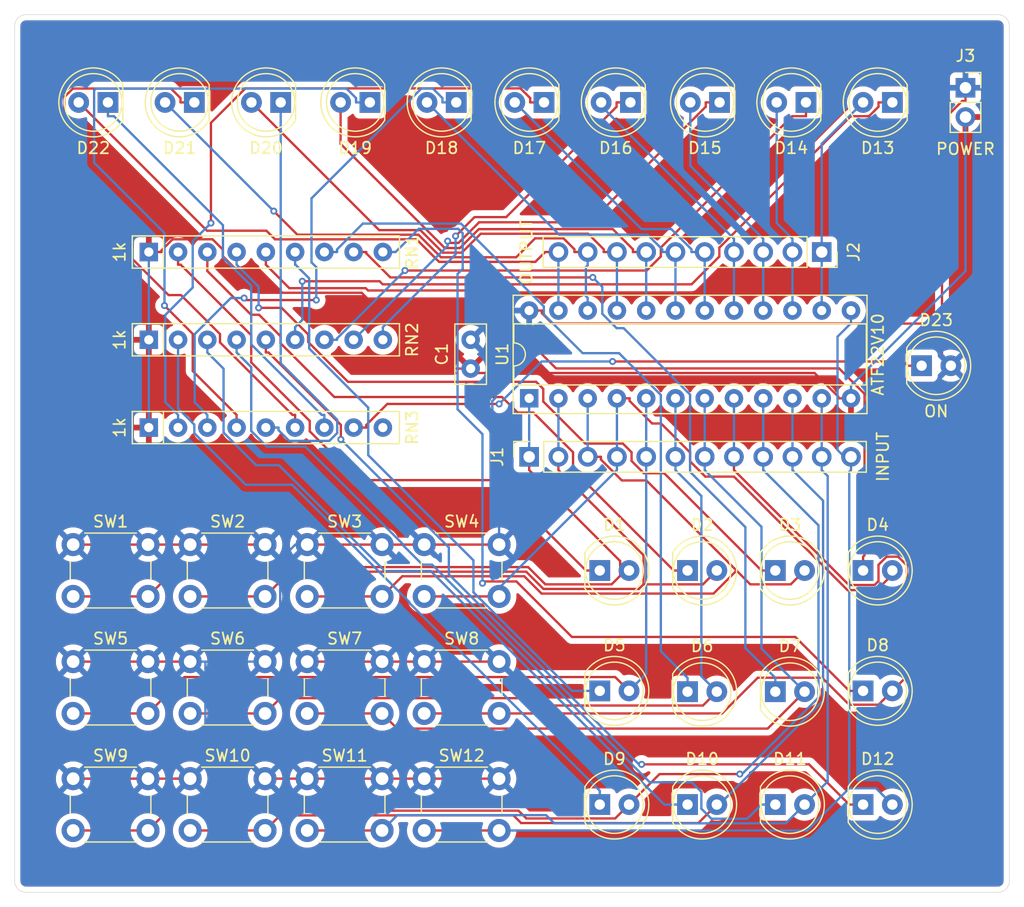
<source format=kicad_pcb>
(kicad_pcb (version 20240108) (generator "pcbnew") (generator_version "8.0")
  (layers (0 "F.Cu" signal) (31 "B.Cu" signal) (34 "B.Paste" user) (35 "F.Paste" user) (36 "B.SilkS" user "B.Silkscreen") (37 "F.SilkS" user "F.Silkscreen") (38 "B.Mask" user) (39 "F.Mask" user) (44 "Edge.Cuts" user))
  (net 0 "")
  (net 1 "VCC")
  (net 2 "GND")
  (net 3 "Net-(D1-A)")
  (net 4 "Net-(D1-K)")
  (net 5 "Net-(D2-A)")
  (net 6 "Net-(D2-K)")
  (net 7 "Net-(D3-A)")
  (net 8 "Net-(D3-K)")
  (net 9 "Net-(D4-A)")
  (net 10 "Net-(D4-K)")
  (net 11 "Net-(D5-A)")
  (net 12 "Net-(D5-K)")
  (net 13 "Net-(D6-K)")
  (net 14 "Net-(D6-A)")
  (net 15 "Net-(D7-A)")
  (net 16 "Net-(D7-K)")
  (net 17 "Net-(D8-A)")
  (net 18 "Net-(D8-K)")
  (net 19 "Net-(D9-K)")
  (net 20 "Net-(D9-A)")
  (net 21 "Net-(D10-A)")
  (net 22 "Net-(D10-K)")
  (net 23 "Net-(D11-A)")
  (net 24 "Net-(D11-K)")
  (net 25 "Net-(D12-A)")
  (net 26 "Net-(D12-K)")
  (net 27 "Net-(D13-K)")
  (net 28 "Net-(D13-A)")
  (net 29 "Net-(D14-A)")
  (net 30 "Net-(D14-K)")
  (net 31 "Net-(D15-A)")
  (net 32 "Net-(D15-K)")
  (net 33 "Net-(D16-A)")
  (net 34 "Net-(D16-K)")
  (net 35 "Net-(D17-K)")
  (net 36 "Net-(D17-A)")
  (net 37 "Net-(D18-A)")
  (net 38 "Net-(D18-K)")
  (net 39 "Net-(D19-A)")
  (net 40 "Net-(D19-K)")
  (net 41 "Net-(D20-K)")
  (net 42 "Net-(D20-A)")
  (net 43 "Net-(D21-K)")
  (net 44 "Net-(D21-A)")
  (net 45 "Net-(D22-A)")
  (net 46 "Net-(D22-K)")
  (net 47 "Net-(D23-K)")
  (footprint "Button_Switch_THT:SW_PUSH_6mm" (layer "F.Cu") (at 106.68 104.43)
    (property "Reference" "SW9")
    (property "Value" "P1")
  )
  (footprint "Button_Switch_THT:SW_PUSH_6mm" (layer "F.Cu") (at 127 104.43)
    (property "Reference" "SW11")
    (property "Value" "P1")
  )
  (footprint "LED_THT:LED_D5.0mm" (layer "F.Cu") (at 109.7 45.72 180)
    (property "Reference" "D22")
    (property "Value" "P1")
  )
  (footprint "Package_DIP:DIP-24_W7.62mm_Socket" (layer "F.Cu") (at 146.27 71.41 90)
    (property "Reference" "U1")
    (property "Value" "ATF22V10")
  )
  (footprint "LED_THT:LED_D5.0mm" (layer "F.Cu") (at 160.02 96.88)
    (property "Reference" "D6")
    (property "Value" "P1")
  )
  (footprint "LED_THT:LED_D5.0mm" (layer "F.Cu") (at 160.02 106.68)
    (property "Reference" "D10")
    (property "Value" "P1")
  )
  (footprint "Button_Switch_THT:SW_PUSH_6mm" (layer "F.Cu") (at 137.16 84.11)
    (property "Reference" "SW4")
    (property "Value" "P1")
  )
  (footprint "LED_THT:LED_D5.0mm" (layer "F.Cu") (at 180.34 68.58)
    (property "Reference" "D23")
    (property "Value" "ON")
  )
  (footprint "LED_THT:LED_D5.0mm" (layer "F.Cu") (at 117.2 45.72 180)
    (property "Reference" "D21")
    (property "Value" "P1")
  )
  (footprint "LED_THT:LED_D5.0mm" (layer "F.Cu") (at 170.3 45.72 180)
    (property "Reference" "D14")
    (property "Value" "P1")
  )
  (footprint "LED_THT:LED_D5.0mm" (layer "F.Cu") (at 175.26 106.68)
    (property "Reference" "D12")
    (property "Value" "P1")
  )
  (footprint "LED_THT:LED_D5.0mm" (layer "F.Cu") (at 155.06 45.72 180)
    (property "Reference" "D16")
    (property "Value" "P1")
  )
  (footprint "LED_THT:LED_D5.0mm" (layer "F.Cu") (at 124.7 45.72 180)
    (property "Reference" "D20")
    (property "Value" "P1")
  )
  (footprint "LED_THT:LED_D5.0mm" (layer "F.Cu") (at 132.44 45.72 180)
    (property "Reference" "D19")
    (property "Value" "P1")
  )
  (footprint "LED_THT:LED_D5.0mm" (layer "F.Cu") (at 167.64 96.88)
    (property "Reference" "D7")
    (property "Value" "P1")
  )
  (footprint "Button_Switch_THT:SW_PUSH_6mm" (layer "F.Cu") (at 127 94.27)
    (property "Reference" "SW7")
    (property "Value" "P1")
  )
  (footprint "LED_THT:LED_D5.0mm" (layer "F.Cu") (at 139.94 45.72 180)
    (property "Reference" "D18")
    (property "Value" "P1")
  )
  (footprint "Button_Switch_THT:SW_PUSH_6mm" (layer "F.Cu") (at 106.68 94.27)
    (property "Reference" "SW5")
    (property "Value" "P1")
  )
  (footprint "LED_THT:LED_D5.0mm" (layer "F.Cu") (at 162.8 45.72 180)
    (property "Reference" "D15")
    (property "Value" "P1")
  )
  (footprint "Button_Switch_THT:SW_PUSH_6mm" (layer "F.Cu") (at 127 84.11)
    (property "Reference" "SW3")
    (property "Value" "P1")
  )
  (footprint "Resistor_THT:R_Array_SIP9" (layer "F.Cu") (at 113.25 58.71)
    (property "Reference" "RN1")
    (property "Value" "1k")
  )
  (footprint "LED_THT:LED_D5.0mm" (layer "F.Cu") (at 177.8 45.72 180)
    (property "Reference" "D13")
    (property "Value" "P1")
  )
  (footprint "LED_THT:LED_D5.0mm" (layer "F.Cu") (at 175.26 96.81)
    (property "Reference" "D8")
    (property "Value" "P1")
  )
  (footprint "Button_Switch_THT:SW_PUSH_6mm" (layer "F.Cu") (at 106.68 84.11)
    (property "Reference" "SW1")
    (property "Value" "P1")
  )
  (footprint "Connector_PinSocket_2.54mm:PinSocket_1x02_P2.54mm_Vertical" (layer "F.Cu") (at 184.15 44.45)
    (property "Reference" "J3")
    (property "Value" "POWER")
  )
  (footprint "LED_THT:LED_D5.0mm" (layer "F.Cu") (at 152.4 96.81)
    (property "Reference" "D5")
    (property "Value" "P1")
  )
  (footprint "Capacitor_THT:C_Disc_D5.0mm_W2.5mm_P2.50mm" (layer "F.Cu") (at 141.19 68.83 90)
    (property "Reference" "C1")
    (property "Value" "C")
  )
  (footprint "Resistor_THT:R_Array_SIP9" (layer "F.Cu") (at 113.25 66.33)
    (property "Reference" "RN2")
    (property "Value" "1k")
  )
  (footprint "LED_THT:LED_D5.0mm" (layer "F.Cu") (at 152.4 106.68)
    (property "Reference" "D9")
    (property "Value" "P1")
  )
  (footprint "LED_THT:LED_D5.0mm" (layer "F.Cu") (at 160.02 86.36)
    (property "Reference" "D2")
    (property "Value" "P1")
  )
  (footprint "Button_Switch_THT:SW_PUSH_6mm" (layer "F.Cu") (at 116.84 104.43)
    (property "Reference" "SW10")
    (property "Value" "P1")
  )
  (footprint "LED_THT:LED_D5.0mm" (layer "F.Cu") (at 167.64 86.36)
    (property "Reference" "D3")
    (property "Value" "P1")
  )
  (footprint "LED_THT:LED_D5.0mm" (layer "F.Cu") (at 175.26 86.36)
    (property "Reference" "D4")
    (property "Value" "P1")
  )
  (footprint "LED_THT:LED_D5.0mm" (layer "F.Cu") (at 147.56 45.72 180)
    (property "Reference" "D17")
    (property "Value" "P1")
  )
  (footprint "LED_THT:LED_D5.0mm" (layer "F.Cu") (at 152.4 86.36)
    (property "Reference" "D1")
    (property "Value" "P1")
  )
  (footprint "Button_Switch_THT:SW_PUSH_6mm" (layer "F.Cu") (at 116.84 84.11)
    (property "Reference" "SW2")
    (property "Value" "P1")
  )
  (footprint "Resistor_THT:R_Array_SIP9" (layer "F.Cu") (at 113.25 73.95)
    (property "Reference" "RN3")
    (property "Value" "1k")
  )
  (footprint "LED_THT:LED_D5.0mm" (layer "F.Cu") (at 167.64 106.68)
    (property "Reference" "D11")
    (property "Value" "P1")
  )
  (footprint "Connector_PinSocket_2.54mm:PinSocket_1x10_P2.54mm_Vertical" (layer "F.Cu") (at 171.67 58.71 -90)
    (property "Reference" "J2")
    (property "Value" "OUTPUT")
  )
  (footprint "Connector_PinSocket_2.54mm:PinSocket_1x12_P2.54mm_Vertical" (layer "F.Cu") (at 146.27 76.49 90)
    (property "Reference" "J1")
    (property "Value" "INPUT")
  )
  (footprint "Button_Switch_THT:SW_PUSH_6mm" (layer "F.Cu") (at 137.16 104.43)
    (property "Reference" "SW12")
    (property "Value" "P1")
  )
  (footprint "Button_Switch_THT:SW_PUSH_6mm" (layer "F.Cu") (at 137.16 94.27)
    (property "Reference" "SW8")
    (property "Value" "P1")
  )
  (footprint "Button_Switch_THT:SW_PUSH_6mm" (layer "F.Cu") (at 116.84 94.27)
    (property "Reference" "SW6")
    (property "Value" "P1")
  )
  (gr_arc (start 186.96 38.1) (mid 187.667107 38.392893) (end 187.96 39.1) (stroke (width 0.05)) (layer "Edge.Cuts"))
  (gr_line (start 186.96 114.3) (end 102.6 114.3) (stroke (width 0.05)) (layer "Edge.Cuts"))
  (gr_arc (start 101.6 39.1) (mid 101.892893 38.392893) (end 102.6 38.1) (stroke (width 0.05)) (layer "Edge.Cuts"))
  (gr_line (start 102.6 38.1) (end 186.96 38.1) (stroke (width 0.05)) (layer "Edge.Cuts"))
  (gr_line (start 187.96 39.1) (end 187.96 113.3) (stroke (width 0.05)) (layer "Edge.Cuts"))
  (gr_arc (start 187.96 113.3) (mid 187.667107 114.007107) (end 186.96 114.3) (stroke (width 0.05)) (layer "Edge.Cuts"))
  (gr_arc (start 102.6 114.3) (mid 101.892893 114.007107) (end 101.6 113.3) (stroke (width 0.05)) (layer "Edge.Cuts"))
  (gr_line (start 101.6 113.3) (end 101.6 39.1) (stroke (width 0.05)) (layer "Edge.Cuts"))
  (segment (start 182.11 47.3526) (end 183.8625 45.6001) (width 0.2) (layer "F.Cu") (net 1))
  (segment (start 182.11 64.9214) (end 148.2735 64.9214) (width 0.2) (layer "F.Cu") (net 1))
  (segment (start 106.68 104.43) (end 113.18 104.43) (width 0.2) (layer "F.Cu") (net 1))
  (segment (start 106.68 94.27) (end 113.18 94.27) (width 0.2) (layer "F.Cu") (net 1))
  (segment (start 147.3701 64.018) (end 147.3701 63.79) (width 0.2) (layer "F.Cu") (net 1))
  (segment (start 116.84 104.43) (end 113.18 104.43) (width 0.2) (layer "F.Cu") (net 1))
  (segment (start 116.84 84.11) (end 123.34 84.11) (width 0.2) (layer "F.Cu") (net 1))
  (segment (start 182.11 64.9214) (end 182.11 47.3526) (width 0.2) (layer "F.Cu") (net 1))
  (segment (start 137.16 84.11) (end 143.66 84.11) (width 0.2) (layer "F.Cu") (net 1))
  (segment (start 113.18 94.27) (end 116.84 94.27) (width 0.2) (layer "F.Cu") (net 1))
  (segment (start 133.5 94.27) (end 137.16 94.27) (width 0.2) (layer "F.Cu") (net 1))
  (segment (start 127 104.43) (end 133.5 104.43) (width 0.2) (layer "F.Cu") (net 1))
  (segment (start 148.2735 64.9214) (end 147.3701 64.018) (width 0.2) (layer "F.Cu") (net 1))
  (segment (start 184.15 44.45) (end 184.15 45.6001) (width 0.2) (layer "F.Cu") (net 1))
  (segment (start 182.11 67.81) (end 182.11 64.9214) (width 0.2) (layer "F.Cu") (net 1))
  (segment (start 127 94.27) (end 133.5 94.27) (width 0.2) (layer "F.Cu") (net 1))
  (segment (start 137.16 104.43) (end 143.66 104.43) (width 0.2) (layer "F.Cu") (net 1))
  (segment (start 182.88 68.58) (end 182.11 67.81) (width 0.2) (layer "F.Cu") (net 1))
  (segment (start 133.5 104.43) (end 137.16 104.43) (width 0.2) (layer "F.Cu") (net 1))
  (segment (start 106.68 84.11) (end 113.18 84.11) (width 0.2) (layer "F.Cu") (net 1))
  (segment (start 183.8625 45.6001) (end 184.15 45.6001) (width 0.2) (layer "F.Cu") (net 1))
  (segment (start 146.27 63.79) (end 147.3701 63.79) (width 0.2) (layer "F.Cu") (net 1))
  (segment (start 113.18 84.11) (end 116.84 84.11) (width 0.2) (layer "F.Cu") (net 1))
  (segment (start 133.5 84.11) (end 137.16 84.11) (width 0.2) (layer "F.Cu") (net 1))
  (segment (start 127 84.11) (end 133.5 84.11) (width 0.2) (layer "F.Cu") (net 1))
  (segment (start 123.34 104.43) (end 127 104.43) (width 0.2) (layer "F.Cu") (net 1))
  (segment (start 137.16 94.27) (end 143.66 94.27) (width 0.2) (layer "F.Cu") (net 1))
  (segment (start 143.0804 72.4784) (end 143.66 73.058) (width 0.2) (layer "B.Cu") (net 1))
  (segment (start 143.0804 72.1631) (end 143.0804 72.4784) (width 0.2) (layer "B.Cu") (net 1))
  (segment (start 118.1603 94.27) (end 116.84 94.27) (width 0.2) (layer "B.Cu") (net 1))
  (segment (start 142.09 67.23) (end 141.19 66.33) (width 0.2) (layer "B.Cu") (net 1))
  (segment (start 143.66 73.058) (end 143.66 84.11) (width 0.2) (layer "B.Cu") (net 1))
  (segment (start 125.6847 92.9547) (end 127 94.27) (width 0.2) (layer "B.Cu") (net 1))
  (segment (start 143.3801 67.78) (end 142.83 67.23) (width 0.2) (layer "B.Cu") (net 1))
  (segment (start 123.34 84.11) (end 124.6553 85.4253) (width 0.2) (layer "B.Cu") (net 1))
  (segment (start 124.6553 85.4253) (end 124.6553 92.9547) (width 0.2) (layer "B.Cu") (net 1))
  (segment (start 125.9706 84.11) (end 124.6553 85.4253) (width 0.2) (layer "B.Cu") (net 1))
  (segment (start 118.1603 103.1097) (end 122.0197 103.1097) (width 0.2) (layer "B.Cu") (net 1))
  (segment (start 123.34 94.27) (end 118.1603 94.27) (width 0.2) (layer "B.Cu") (net 1))
  (segment (start 146.27 63.79) (end 146.27 64.8901) (width 0.2) (layer "B.Cu") (net 1))
  (segment (start 143.3801 71.334) (end 143.0642 71.6499) (width 0.2) (layer "B.Cu") (net 1))
  (segment (start 146.27 64.8901) (end 143.3801 67.78) (width 0.2) (layer "B.Cu") (net 1))
  (segment (start 143.3801 67.7801) (end 143.3801 71.334) (width 0.2) (layer "B.Cu") (net 1))
  (segment (start 143.3801 67.78) (end 143.3801 67.7801) (width 0.2) (layer "B.Cu") (net 1))
  (segment (start 122.0197 103.1097) (end 123.34 104.43) (width 0.2) (layer "B.Cu") (net 1))
  (segment (start 127 84.11) (end 125.9706 84.11) (width 0.2) (layer "B.Cu") (net 1))
  (segment (start 124.6553 92.9547) (end 125.6847 92.9547) (width 0.2) (layer "B.Cu") (net 1))
  (segment (start 118.1603 94.27) (end 118.1603 103.1097) (width 0.2) (layer "B.Cu") (net 1))
  (segment (start 143.0642 72.1469) (end 143.0804 72.1631) (width 0.2) (layer "B.Cu") (net 1))
  (segment (start 124.6553 92.9547) (end 123.34 94.27) (width 0.2) (layer "B.Cu") (net 1))
  (segment (start 118.1603 103.1097) (end 116.84 104.43) (width 0.2) (layer "B.Cu") (net 1))
  (segment (start 143.0642 71.6499) (end 143.0642 72.1469) (width 0.2) (layer "B.Cu") (net 1))
  (segment (start 142.83 67.23) (end 142.09 67.23) (width 0.2) (layer "B.Cu") (net 1))
  (segment (start 173.1099 71.2724) (end 173.1099 71.41) (width 0.2) (layer "F.Cu") (net 2))
  (segment (start 118.7812 57.6044) (end 119.6708 58.494) (width 0.2) (layer "F.Cu") (net 2))
  (segment (start 138.3118 68.83) (end 141.19 68.83) (width 0.2) (layer "F.Cu") (net 2))
  (segment (start 131.7298 62.248) (end 138.3118 68.83) (width 0.2) (layer "F.Cu") (net 2))
  (segment (start 114.3501 58.71) (end 114.3501 58.5725) (width 0.2) (layer "F.Cu") (net 2))
  (segment (start 119.6708 58.494) (end 119.6708 59.0698) (width 0.2) (layer "F.Cu") (net 2))
  (segment (start 119.6708 59.0698) (end 122.849 62.248) (width 0.2) (layer "F.Cu") (net 2))
  (segment (start 115.3182 57.6044) (end 118.7812 57.6044) (width 0.2) (layer "F.Cu") (net 2))
  (segment (start 114.3501 58.5725) (end 115.3182 57.6044) (width 0.2) (layer "F.Cu") (net 2))
  (segment (start 171.0509 69.2134) (end 173.1099 71.2724) (width 0.2) (layer "F.Cu") (net 2))
  (segment (start 141.5734 69.2134) (end 171.0509 69.2134) (width 0.2) (layer "F.Cu") (net 2))
  (segment (start 141.19 68.83) (end 141.5734 69.2134) (width 0.2) (layer "F.Cu") (net 2))
  (segment (start 113.25 58.71) (end 114.3501 58.71) (width 0.2) (layer "F.Cu") (net 2))
  (segment (start 174.21 71.41) (end 173.1099 71.41) (width 0.2) (layer "F.Cu") (net 2))
  (segment (start 122.849 62.248) (end 131.7298 62.248) (width 0.2) (layer "F.Cu") (net 2))
  (segment (start 113.25 66.33) (end 113.25 73.95) (width 0.2) (layer "B.Cu") (net 2))
  (segment (start 184.15 46.99) (end 184.15 60.3699) (width 0.2) (layer "B.Cu") (net 2))
  (segment (start 113.25 58.71) (end 113.25 66.33) (width 0.2) (layer "B.Cu") (net 2))
  (segment (start 184.15 60.3699) (end 174.21 70.3099) (width 0.2) (layer "B.Cu") (net 2))
  (segment (start 174.21 71.41) (end 174.21 70.3099) (width 0.2) (layer "B.Cu") (net 2))
  (segment (start 146.1773 86.0613) (end 115.7287 86.0613) (width 0.2) (layer "F.Cu") (net 3))
  (segment (start 113.18 88.61) (end 106.68 88.61) (width 0.2) (layer "F.Cu") (net 3))
  (segment (start 146.27 77.6401) (end 154.17 85.5401) (width 0.2) (layer "F.Cu") (net 3))
  (segment (start 154.94 86.36) (end 154.17 86.36) (width 0.2) (layer "F.Cu") (net 3))
  (segment (start 154.17 86.8183) (end 153.4282 87.5601) (width 0.2) (layer "F.Cu") (net 3))
  (segment (start 146.27 76.49) (end 146.27 77.6401) (width 0.2) (layer "F.Cu") (net 3))
  (segment (start 154.17 85.5401) (end 154.17 86.36) (width 0.2) (layer "F.Cu") (net 3))
  (segment (start 154.17 86.36) (end 154.17 86.8183) (width 0.2) (layer "F.Cu") (net 3))
  (segment (start 153.4282 87.5601) (end 147.6761 87.5601) (width 0.2) (layer "F.Cu") (net 3))
  (segment (start 147.6761 87.5601) (end 146.1773 86.0613) (width 0.2) (layer "F.Cu") (net 3))
  (segment (start 115.7287 86.0613) (end 113.18 88.61) (width 0.2) (layer "F.Cu") (net 3))
  (segment (start 146.27 76.49) (end 146.27 71.41) (width 0.2) (layer "B.Cu") (net 3))
  (segment (start 151.1999 86.36) (end 143.3533 78.5134) (width 0.2) (layer "F.Cu") (net 4))
  (segment (start 131.4581 78.5134) (end 127.22 74.2753) (width 0.2) (layer "F.Cu") (net 4))
  (segment (start 122.14 65.9322) (end 116.0179 59.8101) (width 0.2) (layer "F.Cu") (net 4))
  (segment (start 143.3533 78.5134) (end 131.4581 78.5134) (width 0.2) (layer "F.Cu") (net 4))
  (segment (start 115.79 58.71) (end 115.79 59.8101) (width 0.2) (layer "F.Cu") (net 4))
  (segment (start 122.14 68.2962) (end 122.14 65.9322) (width 0.2) (layer "F.Cu") (net 4))
  (segment (start 127.22 74.2753) (end 127.22 73.3762) (width 0.2) (layer "F.Cu") (net 4))
  (segment (start 152.4 86.36) (end 151.1999 86.36) (width 0.2) (layer "F.Cu") (net 4))
  (segment (start 127.22 73.3762) (end 122.14 68.2962) (width 0.2) (layer "F.Cu") (net 4))
  (segment (start 116.0179 59.8101) (end 115.79 59.8101) (width 0.2) (layer "F.Cu") (net 4))
  (segment (start 156.1954 87.5602) (end 156.1954 85.0255) (width 0.2) (layer "F.Cu") (net 5))
  (segment (start 147.5104 87.9602) (end 146.0116 86.4614) (width 0.2) (layer "F.Cu") (net 5))
  (segment (start 125.4886 86.4614) (end 123.34 88.61) (width 0.2) (layer "F.Cu") (net 5))
  (segment (start 156.1954 85.0255) (end 148.81 77.6401) (width 0.2) (layer "F.Cu") (net 5))
  (segment (start 162.56 86.36) (end 161.3598 87.5602) (width 0.2) (layer "F.Cu") (net 5))
  (segment (start 146.0116 86.4614) (end 125.4886 86.4614) (width 0.2) (layer "F.Cu") (net 5))
  (segment (start 155.7954 87.9602) (end 147.5104 87.9602) (width 0.2) (layer "F.Cu") (net 5))
  (segment (start 148.81 76.49) (end 148.81 77.6401) (width 0.2) (layer "F.Cu") (net 5))
  (segment (start 156.1954 87.5602) (end 155.7954 87.9602) (width 0.2) (layer "F.Cu") (net 5))
  (segment (start 123.34 88.61) (end 116.84 88.61) (width 0.2) (layer "F.Cu") (net 5))
  (segment (start 161.3598 87.5602) (end 156.1954 87.5602) (width 0.2) (layer "F.Cu") (net 5))
  (segment (start 148.81 76.49) (end 148.81 71.41) (width 0.2) (layer "B.Cu") (net 5))
  (segment (start 150.08 76.0949) (end 146.6349 72.6498) (width 0.2) (layer "F.Cu") (net 6))
  (segment (start 124.68 66.0161) (end 122.8202 64.1563) (width 0.2) (layer "F.Cu") (net 6))
  (segment (start 118.33 60.3619) (end 118.33 59.8101) (width 0.2) (layer "F.Cu") (net 6))
  (segment (start 122.8202 64.1563) (end 122.1244 64.1563) (width 0.2) (layer "F.Cu") (net 6))
  (segment (start 143.9129 71.2983) (end 129.3531 71.2983) (width 0.2) (layer "F.Cu") (net 6))
  (segment (start 129.3531 71.2983) (end 124.68 66.6252) (width 0.2) (layer "F.Cu") (net 6))
  (segment (start 145.2644 72.6498) (end 143.9129 71.2983) (width 0.2) (layer "F.Cu") (net 6))
  (segment (start 160.02 86.36) (end 158.8199 86.36) (width 0.2) (layer "F.Cu") (net 6))
  (segment (start 124.68 66.6252) (end 124.68 66.0161) (width 0.2) (layer "F.Cu") (net 6))
  (segment (start 122.1244 64.1563) (end 118.33 60.3619) (width 0.2) (layer "F.Cu") (net 6))
  (segment (start 118.33 58.71) (end 118.33 59.8101) (width 0.2) (layer "F.Cu") (net 6))
  (segment (start 158.8199 86.36) (end 150.08 77.6201) (width 0.2) (layer "F.Cu") (net 6))
  (segment (start 146.6349 72.6498) (end 145.2644 72.6498) (width 0.2) (layer "F.Cu") (net 6))
  (segment (start 150.08 77.6201) (end 150.08 76.0949) (width 0.2) (layer "F.Cu") (net 6))
  (segment (start 168.9798 87.5602) (end 165.4666 87.5602) (width 0.2) (layer "F.Cu") (net 7))
  (segment (start 154.3122 78.5404) (end 152.5001 76.7283) (width 0.2) (layer "F.Cu") (net 7))
  (segment (start 164.2719 86.3655) (end 162.2755 88.3619) (width 0.2) (layer "F.Cu") (net 7))
  (segment (start 170.18 86.36) (end 168.9798 87.5602) (width 0.2) (layer "F.Cu") (net 7))
  (segment (start 135.2485 86.8615) (end 133.5 88.61) (width 0.2) (layer "F.Cu") (net 7))
  (segment (start 152.5001 76.7283) (end 152.5001 76.49) (width 0.2) (layer "F.Cu") (net 7))
  (segment (start 147.3463 88.3619) (end 145.8459 86.8615) (width 0.2) (layer "F.Cu") (net 7))
  (segment (start 127 88.61) (end 133.5 88.61) (width 0.2) (layer "F.Cu") (net 7))
  (segment (start 165.4666 87.5602) (end 164.2719 86.3655) (width 0.2) (layer "F.Cu") (net 7))
  (segment (start 145.8459 86.8615) (end 135.2485 86.8615) (width 0.2) (layer "F.Cu") (net 7))
  (segment (start 164.2719 86.3655) (end 156.4468 78.5404) (width 0.2) (layer "F.Cu") (net 7))
  (segment (start 151.35 76.49) (end 152.5001 76.49) (width 0.2) (layer "F.Cu") (net 7))
  (segment (start 156.4468 78.5404) (end 154.3122 78.5404) (width 0.2) (layer "F.Cu") (net 7))
  (segment (start 162.2755 88.3619) (end 147.3463 88.3619) (width 0.2) (layer "F.Cu") (net 7))
  (segment (start 151.35 76.49) (end 151.35 71.41) (width 0.2) (layer "B.Cu") (net 7))
  (segment (start 147.4952 70.598) (end 146.8756 69.9784) (width 0.2) (layer "F.Cu") (net 8))
  (segment (start 155.16 76.8487) (end 155.16 76.0942) (width 0.2) (layer "F.Cu") (net 8))
  (segment (start 124.7766 63.5562) (end 122.7832 63.5562) (width 0.2) (layer "F.Cu") (net 8))
  (segment (start 130.541 69.9784) (end 127.0932 66.5306) (width 0.2) (layer "F.Cu") (net 8))
  (segment (start 127.0932 65.8728) (end 124.7766 63.5562) (width 0.2) (layer "F.Cu") (net 8))
  (segment (start 166.4399 86.36) (end 157.9919 77.912) (width 0.2) (layer "F.Cu") (net 8))
  (segment (start 147.4952 71.6909) (end 147.4952 70.598) (width 0.2) (layer "F.Cu") (net 8))
  (segment (start 156.2233 77.912) (end 155.16 76.8487) (width 0.2) (layer "F.Cu") (net 8))
  (segment (start 155.16 76.0942) (end 154.4056 75.3398) (width 0.2) (layer "F.Cu") (net 8))
  (segment (start 146.8756 69.9784) (end 130.541 69.9784) (width 0.2) (layer "F.Cu") (net 8))
  (segment (start 127.0932 66.5306) (end 127.0932 65.8728) (width 0.2) (layer "F.Cu") (net 8))
  (segment (start 167.64 86.36) (end 166.4399 86.36) (width 0.2) (layer "F.Cu") (net 8))
  (segment (start 157.9919 77.912) (end 156.2233 77.912) (width 0.2) (layer "F.Cu") (net 8))
  (segment (start 154.4056 75.3398) (end 151.1441 75.3398) (width 0.2) (layer "F.Cu") (net 8))
  (segment (start 151.1441 75.3398) (end 147.4952 71.6909) (width 0.2) (layer "F.Cu") (net 8))
  (via (at 122.7832 63.5562) (size 0.6) (drill 0.3) (layers "F.Cu" "B.Cu") (net 8))
  (segment (start 120.87 58.71) (end 120.87 59.8101) (width 0.2) (layer "B.Cu") (net 8))
  (segment (start 122.7832 63.5562) (end 122.7832 61.7233) (width 0.2) (layer "B.Cu") (net 8))
  (segment (start 122.7832 61.7233) (end 120.87 59.8101) (width 0.2) (layer "B.Cu") (net 8))
  (segment (start 177.8 86.36) (end 177.8 86.7113) (width 0.2) (layer "F.Cu") (net 9))
  (segment (start 160.24 76.8841) (end 160.24 76.112) (width 0.2) (layer "F.Cu") (net 9))
  (segment (start 154.9901 71.638) (end 154.9901 71.41) (width 0.2) (layer "F.Cu") (net 9))
  (segment (start 156.9468 73.5947) (end 154.9901 71.638) (width 0.2) (layer "F.Cu") (net 9))
  (segment (start 176.4487 88.0626) (end 173.9066 88.0626) (width 0.2) (layer "F.Cu") (net 9))
  (segment (start 164.0531 78.2091) (end 161.565 78.2091) (width 0.2) (layer "F.Cu") (net 9))
  (segment (start 161.565 78.2091) (end 160.24 76.8841) (width 0.2) (layer "F.Cu") (net 9))
  (segment (start 173.9066 88.0626) (end 164.0531 78.2091) (width 0.2) (layer "F.Cu") (net 9))
  (segment (start 177.8 86.7113) (end 176.4487 88.0626) (width 0.2) (layer "F.Cu") (net 9))
  (segment (start 157.7227 73.5947) (end 156.9468 73.5947) (width 0.2) (layer "F.Cu") (net 9))
  (segment (start 160.24 76.112) (end 157.7227 73.5947) (width 0.2) (layer "F.Cu") (net 9))
  (segment (start 153.89 71.41) (end 154.9901 71.41) (width 0.2) (layer "F.Cu") (net 9))
  (segment (start 137.16 88.61) (end 143.66 88.61) (width 0.2) (layer "F.Cu") (net 9))
  (segment (start 143.66 87.8701) (end 143.66 88.61) (width 0.2) (layer "B.Cu") (net 9))
  (segment (start 153.89 77.6401) (end 143.66 87.8701) (width 0.2) (layer "B.Cu") (net 9))
  (segment (start 153.89 76.49) (end 153.89 71.41) (width 0.2) (layer "B.Cu") (net 9))
  (segment (start 153.89 76.49) (end 153.89 77.6401) (width 0.2) (layer "B.Cu") (net 9))
  (segment (start 125.4477 61.8478) (end 132.0805 61.8478) (width 0.2) (layer "F.Cu") (net 10))
  (segment (start 123.41 59.8101) (end 125.4477 61.8478) (width 0.2) (layer "F.Cu") (net 10))
  (segment (start 148.6013 68.8133) (end 173.1766 68.8133) (width 0.2) (layer "F.Cu") (net 10))
  (segment (start 123.41 58.71) (end 123.41 59.8101) (width 0.2) (layer "F.Cu") (net 10))
  (segment (start 132.2807 62.048) (end 141.836 62.048) (width 0.2) (layer "F.Cu") (net 10))
  (segment (start 175.3845 71.0212) (end 175.3845 85.0354) (width 0.2) (layer "F.Cu") (net 10))
  (segment (start 141.836 62.048) (end 148.6013 68.8133) (width 0.2) (layer "F.Cu") (net 10))
  (segment (start 175.3845 85.0354) (end 175.26 85.1599) (width 0.2) (layer "F.Cu") (net 10))
  (segment (start 132.0805 61.8478) (end 132.2807 62.048) (width 0.2) (layer "F.Cu") (net 10))
  (segment (start 175.26 86.36) (end 175.26 85.1599) (width 0.2) (layer "F.Cu") (net 10))
  (segment (start 173.1766 68.8133) (end 175.3845 71.0212) (width 0.2) (layer "F.Cu") (net 10))
  (segment (start 153.7398 95.6098) (end 154.94 96.81) (width 0.2) (layer "F.Cu") (net 11))
  (segment (start 116.3402 95.6098) (end 153.7398 95.6098) (width 0.2) (layer "F.Cu") (net 11))
  (segment (start 106.68 98.77) (end 113.18 98.77) (width 0.2) (layer "F.Cu") (net 11))
  (segment (start 113.18 98.77) (end 116.3402 95.6098) (width 0.2) (layer "F.Cu") (net 11))
  (segment (start 154.94 96.81) (end 156.43 95.32) (width 0.2) (layer "B.Cu") (net 11))
  (segment (start 156.43 71.41) (end 156.43 76.49) (width 0.2) (layer "B.Cu") (net 11))
  (segment (start 156.43 95.32) (end 156.43 76.49) (width 0.2) (layer "B.Cu") (net 11))
  (segment (start 127.1734 60.999) (end 125.9845 59.8101) (width 0.2) (layer "B.Cu") (net 12))
  (segment (start 125.95 58.71) (end 125.95 59.8101) (width 0.2) (layer "B.Cu") (net 12))
  (segment (start 132.3 76.348) (end 132.3 72.2163) (width 0.2) (layer "B.Cu") (net 12))
  (segment (start 125.9845 59.8101) (end 125.95 59.8101) (width 0.2) (layer "B.Cu") (net 12))
  (segment (start 127.1734 67.0897) (end 127.1734 60.999) (width 0.2) (layer "B.Cu") (net 12))
  (segment (start 141.4319 88.2501) (end 141.4319 85.4799) (width 0.2) (layer "B.Cu") (net 12))
  (segment (start 152.4 96.81) (end 149.9918 96.81) (width 0.2) (layer "B.Cu") (net 12))
  (segment (start 149.9918 96.81) (end 141.4319 88.2501) (width 0.2) (layer "B.Cu") (net 12))
  (segment (start 141.4319 85.4799) (end 132.3 76.348) (width 0.2) (layer "B.Cu") (net 12))
  (segment (start 132.3 72.2163) (end 127.1734 67.0897) (width 0.2) (layer "B.Cu") (net 12))
  (segment (start 157.7 93.3599) (end 157.7 71.1167) (width 0.2) (layer "B.Cu") (net 13))
  (segment (start 157.7 71.1167) (end 154.0713 67.488) (width 0.2) (layer "B.Cu") (net 13))
  (segment (start 154.0713 67.488) (end 150.9106 67.488) (width 0.2) (layer "B.Cu") (net 13))
  (segment (start 147.54 63.4327) (end 140.3472 56.2399) (width 0.2) (layer "B.Cu") (net 13))
  (segment (start 160.02 96.88) (end 160.02 95.6799) (width 0.2) (layer "B.Cu") (net 13))
  (segment (start 128.49 58.71) (end 129.5901 58.71) (width 0.2) (layer "B.Cu") (net 13))
  (segment (start 131.8322 56.2399) (end 129.5901 58.482) (width 0.2) (layer "B.Cu") (net 13))
  (segment (start 129.5901 58.482) (end 129.5901 58.71) (width 0.2) (layer "B.Cu") (net 13))
  (segment (start 160.02 95.6799) (end 157.7 93.3599) (width 0.2) (layer "B.Cu") (net 13))
  (segment (start 147.54 64.1174) (end 147.54 63.4327) (width 0.2) (layer "B.Cu") (net 13))
  (segment (start 140.3472 56.2399) (end 131.8322 56.2399) (width 0.2) (layer "B.Cu") (net 13))
  (segment (start 150.9106 67.488) (end 147.54 64.1174) (width 0.2) (layer "B.Cu") (net 13))
  (segment (start 124.6661 97.4439) (end 123.34 98.77) (width 0.2) (layer "F.Cu") (net 14))
  (segment (start 146.6473 98.0802) (end 146.011 97.4439) (width 0.2) (layer "F.Cu") (net 14))
  (segment (start 162.56 96.88) (end 161.3598 98.0802) (width 0.2) (layer "F.Cu") (net 14))
  (segment (start 146.011 97.4439) (end 124.6661 97.4439) (width 0.2) (layer "F.Cu") (net 14))
  (segment (start 123.34 98.77) (end 116.84 98.77) (width 0.2) (layer "F.Cu") (net 14))
  (segment (start 161.3598 98.0802) (end 146.6473 98.0802) (width 0.2) (layer "F.Cu") (net 14))
  (segment (start 161.2202 95.5402) (end 161.2202 79.8903) (width 0.2) (layer "B.Cu") (net 14))
  (segment (start 158.97 76.49) (end 158.97 71.41) (width 0.2) (layer "B.Cu") (net 14))
  (segment (start 158.97 77.065) (end 158.97 76.49) (width 0.2) (layer "B.Cu") (net 14))
  (segment (start 162.56 96.88) (end 161.2202 95.5402) (width 0.2) (layer "B.Cu") (net 14))
  (segment (start 161.2202 79.8903) (end 158.97 77.6401) (width 0.2) (layer "B.Cu") (net 14))
  (segment (start 158.97 77.065) (end 158.97 77.6401) (width 0.2) (layer "B.Cu") (net 14))
  (segment (start 134.813 100.083) (end 133.5 98.77) (width 0.2) (layer "F.Cu") (net 15))
  (segment (start 170.18 96.88) (end 166.977 100.083) (width 0.2) (layer "F.Cu") (net 15))
  (segment (start 166.977 100.083) (end 134.813 100.083) (width 0.2) (layer "F.Cu") (net 15))
  (segment (start 133.5 98.77) (end 127 98.77) (width 0.2) (layer "F.Cu") (net 15))
  (segment (start 166.4398 93.1398) (end 166.4398 82.5699) (width 0.2) (layer "B.Cu") (net 15))
  (segment (start 161.51 76.49) (end 161.51 77.6401) (width 0.2) (layer "B.Cu") (net 15))
  (segment (start 166.4398 82.5699) (end 161.51 77.6401) (width 0.2) (layer "B.Cu") (net 15))
  (segment (start 170.18 96.88) (end 166.4398 93.1398) (width 0.2) (layer "B.Cu") (net 15))
  (segment (start 161.51 76.49) (end 161.51 71.41) (width 0.2) (layer "B.Cu") (net 15))
  (segment (start 132.1301 58.826) (end 132.1301 58.71) (width 0.2) (layer "F.Cu") (net 16))
  (segment (start 134.2187 60.9146) (end 132.1301 58.826) (width 0.2) (layer "F.Cu") (net 16))
  (segment (start 131.03 58.71) (end 132.1301 58.71) (width 0.2) (layer "F.Cu") (net 16))
  (segment (start 151.795 60.9146) (end 134.2187 60.9146) (width 0.2) (layer "F.Cu") (net 16))
  (via (at 151.795 60.9146) (size 0.6) (drill 0.3) (layers "F.Cu" "B.Cu") (net 16))
  (segment (start 154.4733 65.3227) (end 153.8663 65.3227) (width 0.2) (layer "B.Cu") (net 16))
  (segment (start 152.62 64.0764) (end 152.62 61.7396) (width 0.2) (layer "B.Cu") (net 16))
  (segment (start 165.0415 82.5971) (end 160.24 77.7956) (width 0.2) (layer "B.Cu") (net 16))
  (segment (start 153.8663 65.3227) (end 152.62 64.0764) (width 0.2) (layer "B.Cu") (net 16))
  (segment (start 160.24 71.0894) (end 154.4733 65.3227) (width 0.2) (layer "B.Cu") (net 16))
  (segment (start 167.64 95.6799) (end 165.0415 93.0814) (width 0.2) (layer "B.Cu") (net 16))
  (segment (start 152.62 61.7396) (end 151.795 60.9146) (width 0.2) (layer "B.Cu") (net 16))
  (segment (start 165.0415 93.0814) (end 165.0415 82.5971) (width 0.2) (layer "B.Cu") (net 16))
  (segment (start 160.24 77.7956) (end 160.24 71.0894) (width 0.2) (layer "B.Cu") (net 16))
  (segment (start 167.64 96.88) (end 167.64 95.6799) (width 0.2) (layer "B.Cu") (net 16))
  (segment (start 177.8 96.81) (end 176.5998 98.0102) (width 0.2) (layer "F.Cu") (net 17))
  (segment (start 174.0275 87.6176) (end 176.2595 87.6176) (width 0.2) (layer "F.Cu") (net 17))
  (segment (start 137.16 98.77) (end 143.66 98.77) (width 0.2) (layer "F.Cu") (net 17))
  (segment (start 164.05 77.6401) (end 174.0275 87.6176) (width 0.2) (layer "F.Cu") (net 17))
  (segment (start 176.2595 87.6176) (end 176.5982 87.2789) (width 0.2) (layer "F.Cu") (net 17))
  (segment (start 176.5982 87.2789) (end 176.5982 85.8622) (width 0.2) (layer "F.Cu") (net 17))
  (segment (start 178.3065 85.1598) (end 179.0453 85.8986) (width 0.2) (layer "F.Cu") (net 17))
  (segment (start 179.0453 85.8986) (end 179.0453 95.5647) (width 0.2) (layer "F.Cu") (net 17))
  (segment (start 164.05 76.49) (end 164.05 77.6401) (width 0.2) (layer "F.Cu") (net 17))
  (segment (start 171.7078 95.6669) (end 166.1198 95.6669) (width 0.2) (layer "F.Cu") (net 17))
  (segment (start 174.0511 98.0102) (end 171.7078 95.6669) (width 0.2) (layer "F.Cu") (net 17))
  (segment (start 179.0453 95.5647) (end 177.8 96.81) (width 0.2) (layer "F.Cu") (net 17))
  (segment (start 176.5982 85.8622) (end 177.3006 85.1598) (width 0.2) (layer "F.Cu") (net 17))
  (segment (start 177.3006 85.1598) (end 178.3065 85.1598) (width 0.2) (layer "F.Cu") (net 17))
  (segment (start 166.1198 95.6669) (end 163.0167 98.77) (width 0.2) (layer "F.Cu") (net 17))
  (segment (start 163.0167 98.77) (end 143.66 98.77) (width 0.2) (layer "F.Cu") (net 17))
  (segment (start 176.5998 98.0102) (end 174.0511 98.0102) (width 0.2) (layer "F.Cu") (net 17))
  (segment (start 164.05 76.49) (end 164.05 71.41) (width 0.2) (layer "B.Cu") (net 17))
  (segment (start 175.26 96.81) (end 174.0599 96.81) (width 0.2) (layer "F.Cu") (net 18))
  (segment (start 174.0599 96.81) (end 169.3773 92.1274) (width 0.2) (layer "F.Cu") (net 18))
  (segment (start 145.1637 87.3098) (end 142.3689 87.3098) (width 0.2) (layer "F.Cu") (net 18))
  (segment (start 142.3689 87.3098) (end 142.2171 87.4616) (width 0.2) (layer "F.Cu") (net 18))
  (segment (start 169.3773 92.1274) (end 149.9813 92.1274) (width 0.2) (layer "F.Cu") (net 18))
  (segment (start 149.9813 92.1274) (end 145.1637 87.3098) (width 0.2) (layer "F.Cu") (net 18))
  (via (at 142.2171 87.4616) (size 0.6) (drill 0.3) (layers "F.Cu" "B.Cu") (net 18))
  (segment (start 140.0531 60.6137) (end 140.5005 60.1663) (width 0.2) (layer "B.Cu") (net 18))
  (segment (start 140.5005 57.0837) (end 140.1163 56.6995) (width 0.2) (layer "B.Cu") (net 18))
  (segment (start 142.2171 87.4616) (end 142.2171 74.526) (width 0.2) (layer "B.Cu") (net 18))
  (segment (start 133.57 58.71) (end 134.6701 58.71) (width 0.2) (layer "B.Cu") (net 18))
  (segment (start 140.5005 60.1663) (end 140.5005 57.0837) (width 0.2) (layer "B.Cu") (net 18))
  (segment (start 140.0531 72.362) (end 140.0531 60.6137) (width 0.2) (layer "B.Cu") (net 18))
  (segment (start 140.1163 56.6995) (end 136.6806 56.6995) (width 0.2) (layer "B.Cu") (net 18))
  (segment (start 136.6806 56.6995) (end 134.6701 58.71) (width 0.2) (layer "B.Cu") (net 18))
  (segment (start 142.2171 74.526) (end 140.0531 72.362) (width 0.2) (layer "B.Cu") (net 18))
  (segment (start 135.8598 89.0898) (end 135.8598 89.1616) (width 0.2) (layer "B.Cu") (net 19))
  (segment (start 117.2016 74.4457) (end 121.6694 78.9135) (width 0.2) (layer "B.Cu") (net 19))
  (segment (start 115.79 72.284) (end 117.2016 73.6956) (width 0.2) (layer "B.Cu") (net 19))
  (segment (start 121.6694 78.9135) (end 125.6835 78.9135) (width 0.2) (layer "B.Cu") (net 19))
  (segment (start 139.8899 92.9698) (end 152.4 105.4799) (width 0.2) (layer "B.Cu") (net 19))
  (segment (start 135.8598 89.1616) (end 139.668 92.9698) (width 0.2) (layer "B.Cu") (net 19))
  (segment (start 125.6835 78.9135) (end 135.8598 89.0898) (width 0.2) (layer "B.Cu") (net 19))
  (segment (start 117.2016 73.6956) (end 117.2016 74.4457) (width 0.2) (layer "B.Cu") (net 19))
  (segment (start 115.79 66.33) (end 115.79 72.284) (width 0.2) (layer "B.Cu") (net 19))
  (segment (start 152.4 106.68) (end 152.4 105.4799) (width 0.2) (layer "B.Cu") (net 19))
  (segment (start 139.668 92.9698) (end 139.8899 92.9698) (width 0.2) (layer "B.Cu") (net 19))
  (segment (start 154.94 106.68) (end 153.735 107.885) (width 0.2) (layer "F.Cu") (net 20))
  (segment (start 157.5875 104.0325) (end 154.94 106.68) (width 0.2) (layer "F.Cu") (net 20))
  (segment (start 106.68 108.93) (end 113.18 108.93) (width 0.2) (layer "F.Cu") (net 20))
  (segment (start 145.3428 107.2072) (end 114.9028 107.2072) (width 0.2) (layer "F.Cu") (net 20))
  (segment (start 164.5554 104.0325) (end 157.5875 104.0325) (width 0.2) (layer "F.Cu") (net 20))
  (segment (start 114.9028 107.2072) (end 113.18 108.93) (width 0.2) (layer "F.Cu") (net 20))
  (segment (start 146.0206 107.885) (end 145.3428 107.2072) (width 0.2) (layer "F.Cu") (net 20))
  (segment (start 153.735 107.885) (end 146.0206 107.885) (width 0.2) (layer "F.Cu") (net 20))
  (via (at 164.5554 104.0325) (size 0.6) (drill 0.3) (layers "F.Cu" "B.Cu") (net 20))
  (segment (start 166.59 76.49) (end 166.59 77.6401) (width 0.2) (layer "B.Cu") (net 20))
  (segment (start 164.5554 104.0325) (end 164.7495 104.0325) (width 0.2) (layer "B.Cu") (net 20))
  (segment (start 171.3865 82.4366) (end 166.59 77.6401) (width 0.2) (layer "B.Cu") (net 20))
  (segment (start 166.59 76.49) (end 166.59 71.41) (width 0.2) (layer "B.Cu") (net 20))
  (segment (start 171.3865 97.3955) (end 171.3865 82.4366) (width 0.2) (layer "B.Cu") (net 20))
  (segment (start 164.7495 104.0325) (end 171.3865 97.3955) (width 0.2) (layer "B.Cu") (net 20))
  (segment (start 144.9053 107.6183) (end 124.6517 107.6183) (width 0.2) (layer "F.Cu") (net 21))
  (segment (start 124.6517 107.6183) (end 123.34 108.93) (width 0.2) (layer "F.Cu") (net 21))
  (segment (start 162.56 106.68) (end 160.9549 108.2851) (width 0.2) (layer "F.Cu") (net 21))
  (segment (start 145.5721 108.2851) (end 144.9053 107.6183) (width 0.2) (layer "F.Cu") (net 21))
  (segment (start 160.9549 108.2851) (end 145.5721 108.2851) (width 0.2) (layer "F.Cu") (net 21))
  (segment (start 123.34 108.93) (end 116.84 108.93) (width 0.2) (layer "F.Cu") (net 21))
  (segment (start 162.7721 106.68) (end 171.7867 97.6654) (width 0.2) (layer "B.Cu") (net 21))
  (segment (start 169.13 76.49) (end 169.13 71.41) (width 0.2) (layer "B.Cu") (net 21))
  (segment (start 169.13 76.49) (end 169.13 77.6401) (width 0.2) (layer "B.Cu") (net 21))
  (segment (start 171.7867 97.6654) (end 171.7867 80.2968) (width 0.2) (layer "B.Cu") (net 21))
  (segment (start 162.56 106.68) (end 162.7721 106.68) (width 0.2) (layer "B.Cu") (net 21))
  (segment (start 171.7867 80.2968) (end 169.13 77.6401) (width 0.2) (layer "B.Cu") (net 21))
  (segment (start 119.7394 68.8395) (end 119.7394 74.3885) (width 0.2) (layer "B.Cu") (net 22))
  (segment (start 118.33 67.4301) (end 119.7394 68.8395) (width 0.2) (layer "B.Cu") (net 22))
  (segment (start 124.554 77.2181) (end 133.7398 86.4039) (width 0.2) (layer "B.Cu") (net 22))
  (segment (start 118.33 66.33) (end 118.33 67.4301) (width 0.2) (layer "B.Cu") (net 22))
  (segment (start 137.7277 86.4039) (end 158.0038 106.68) (width 0.2) (layer "B.Cu") (net 22))
  (segment (start 133.7398 86.4039) (end 137.7277 86.4039) (width 0.2) (layer "B.Cu") (net 22))
  (segment (start 158.0038 106.68) (end 160.02 106.68) (width 0.2) (layer "B.Cu") (net 22))
  (segment (start 119.7394 74.3885) (end 122.569 77.2181) (width 0.2) (layer "B.Cu") (net 22))
  (segment (start 122.569 77.2181) (end 124.554 77.2181) (width 0.2) (layer "B.Cu") (net 22))
  (segment (start 127 108.93) (end 133.5 108.93) (width 0.2) (layer "F.Cu") (net 23))
  (segment (start 134.8326 107.5974) (end 133.5 108.93) (width 0.2) (layer "B.Cu") (net 23))
  (segment (start 148.4578 108.311) (end 147.7442 107.5974) (width 0.2) (layer "B.Cu") (net 23))
  (segment (start 171.67 76.49) (end 171.67 77.6401) (width 0.2) (layer "B.Cu") (net 23))
  (segment (start 168.549 108.311) (end 148.4578 108.311) (width 0.2) (layer "B.Cu") (net 23))
  (segment (start 170.18 106.68) (end 168.549 108.311) (width 0.2) (layer "B.Cu") (net 23))
  (segment (start 171.67 76.49) (end 171.67 71.41) (width 0.2) (layer "B.Cu") (net 23))
  (segment (start 147.7442 107.5974) (end 134.8326 107.5974) (width 0.2) (layer "B.Cu") (net 23))
  (segment (start 172.1868 78.1569) (end 172.1868 104.6732) (width 0.2) (layer "B.Cu") (net 23))
  (segment (start 171.67 77.6401) (end 172.1868 78.1569) (width 0.2) (layer "B.Cu") (net 23))
  (segment (start 172.1868 104.6732) (end 170.18 106.68) (width 0.2) (layer "B.Cu") (net 23))
  (segment (start 135.3301 84.1774) (end 135.3301 84.0919) (width 0.2) (layer "B.Cu") (net 24))
  (segment (start 161.2202 105.5771) (end 160.3846 104.7415) (width 0.2) (layer "B.Cu") (net 24))
  (segment (start 166.4399 106.68) (end 165.2091 107.9108) (width 0.2) (layer "B.Cu") (net 24))
  (segment (start 135.3301 84.0919) (end 126.8377 75.5995) (width 0.2) (layer "B.Cu") (net 24))
  (segment (start 122.14 74.2472) (end 122.14 68.7001) (width 0.2) (layer "B.Cu") (net 24))
  (segment (start 160.3846 104.7415) (end 156.7386 104.7415) (width 0.2) (layer "B.Cu") (net 24))
  (segment (start 122.14 68.7001) (end 120.87 67.4301) (width 0.2) (layer "B.Cu") (net 24))
  (segment (start 161.2202 107.0372) (end 161.2202 105.5771) (width 0.2) (layer "B.Cu") (net 24))
  (segment (start 137.8456 85.8485) (end 137.0012 85.8485) (width 0.2) (layer "B.Cu") (net 24))
  (segment (start 120.87 66.33) (end 120.87 67.4301) (width 0.2) (layer "B.Cu") (net 24))
  (segment (start 156.7386 104.7415) (end 137.8456 85.8485) (width 0.2) (layer "B.Cu") (net 24))
  (segment (start 162.0938 107.9108) (end 161.2202 107.0372) (width 0.2) (layer "B.Cu") (net 24))
  (segment (start 167.64 106.68) (end 166.4399 106.68) (width 0.2) (layer "B.Cu") (net 24))
  (segment (start 126.8377 75.5995) (end 123.4923 75.5995) (width 0.2) (layer "B.Cu") (net 24))
  (segment (start 137.0012 85.8485) (end 135.3301 84.1774) (width 0.2) (layer "B.Cu") (net 24))
  (segment (start 165.2091 107.9108) (end 162.0938 107.9108) (width 0.2) (layer "B.Cu") (net 24))
  (segment (start 123.4923 75.5995) (end 122.14 74.2472) (width 0.2) (layer "B.Cu") (net 24))
  (segment (start 137.16 108.93) (end 143.66 108.93) (width 0.2) (layer "F.Cu") (net 25))
  (segment (start 173.0402 75.8952) (end 173.0402 66.0599) (width 0.2) (layer "B.Cu") (net 25))
  (segment (start 173.0402 66.0599) (end 174.21 64.8901) (width 0.2) (layer "B.Cu") (net 25))
  (segment (start 170.3929 108.93) (end 143.66 108.93) (width 0.2) (layer "B.Cu") (net 25))
  (segment (start 176.3831 105.2631) (end 174.0598 105.2631) (width 0.2) (layer "B.Cu") (net 25))
  (segment (start 174.21 76.49) (end 174.21 77.065) (width 0.2) (layer "B.Cu") (net 25))
  (segment (start 174.0598 77.7903) (end 174.21 77.6401) (width 0.2) (layer "B.Cu") (net 25))
  (segment (start 174.21 77.065) (end 174.21 77.6401) (width 0.2) (layer "B.Cu") (net 25))
  (segment (start 174.0598 105.2631) (end 174.0598 77.7903) (width 0.2) (layer "B.Cu") (net 25))
  (segment (start 174.21 63.79) (end 174.21 64.8901) (width 0.2) (layer "B.Cu") (net 25))
  (segment (start 174.21 77.065) (end 173.0402 75.8952) (width 0.2) (layer "B.Cu") (net 25))
  (segment (start 177.8 106.68) (end 176.3831 105.2631) (width 0.2) (layer "B.Cu") (net 25))
  (segment (start 174.0598 105.2631) (end 170.3929 108.93) (width 0.2) (layer "B.Cu") (net 25))
  (segment (start 129.9218 74.9821) (end 129.9218 73.714) (width 0.2) (layer "F.Cu") (net 26))
  (segment (start 129.9218 73.714) (end 123.6379 67.4301) (width 0.2) (layer "F.Cu") (net 26))
  (segment (start 175.26 106.68) (end 174.0599 106.68) (width 0.2) (layer "F.Cu") (net 26))
  (segment (start 174.0599 106.68) (end 170.5691 103.1892) (width 0.2) (layer "F.Cu") (net 26))
  (segment (start 123.6379 67.4301) (end 123.41 67.4301) (width 0.2) (layer "F.Cu") (net 26))
  (segment (start 123.41 66.33) (end 123.41 67.4301) (width 0.2) (layer "F.Cu") (net 26))
  (segment (start 170.5691 103.1892) (end 156.0348 103.1892) (width 0.2) (layer "F.Cu") (net 26))
  (via (at 156.0348 103.1892) (size 0.6) (drill 0.3) (layers "F.Cu" "B.Cu") (net 26))
  (via (at 129.9218 74.9821) (size 0.6) (drill 0.3) (layers "F.Cu" "B.Cu") (net 26))
  (segment (start 139.2973 86.6866) (end 139.2973 84.3576) (width 0.2) (layer "B.Cu") (net 26))
  (segment (start 156.0348 103.1892) (end 155.7999 103.1892) (width 0.2) (layer "B.Cu") (net 26))
  (segment (start 155.7999 103.1892) (end 139.2973 86.6866) (width 0.2) (layer "B.Cu") (net 26))
  (segment (start 139.2973 84.3576) (end 129.9218 74.9821) (width 0.2) (layer "B.Cu") (net 26))
  (segment (start 174.1919 46.9201) (end 175.7749 46.9201) (width 0.2) (layer "F.Cu") (net 27))
  (segment (start 162.78 58.332) (end 174.1919 46.9201) (width 0.2) (layer "F.Cu") (net 27))
  (segment (start 176.5999 46.0951) (end 176.5999 45.72) (width 0.2) (layer "F.Cu") (net 27))
  (segment (start 133.2866 61.2476) (end 133.5537 61.5147) (width 0.2) (layer "F.Cu") (net 27))
  (segment (start 175.7749 46.9201) (end 176.5999 46.0951) (width 0.2) (layer "F.Cu") (net 27))
  (segment (start 126.5733 61.2476) (end 133.2866 61.2476) (width 0.2) (layer "F.Cu") (net 27))
  (segment (start 160.3694 61.5147) (end 162.78 59.1041) (width 0.2) (layer "F.Cu") (net 27))
  (segment (start 177.8 45.72) (end 176.5999 45.72) (width 0.2) (layer "F.Cu") (net 27))
  (segment (start 133.5537 61.5147) (end 160.3694 61.5147) (width 0.2) (layer "F.Cu") (net 27))
  (segment (start 162.78 59.1041) (end 162.78 58.332) (width 0.2) (layer "F.Cu") (net 27))
  (via (at 126.5733 61.2476) (size 0.6) (drill 0.3) (layers "F.Cu" "B.Cu") (net 27))
  (segment (start 125.95 65.2299) (end 126.5733 64.6066) (width 0.2) (layer "B.Cu") (net 27))
  (segment (start 126.5733 64.6066) (end 126.5733 61.2476) (width 0.2) (layer "B.Cu") (net 27))
  (segment (start 125.95 66.33) (end 125.95 65.2299) (width 0.2) (layer "B.Cu") (net 27))
  (segment (start 175.26 45.72) (end 171.67 49.31) (width 0.2) (layer "B.Cu") (net 28))
  (segment (start 171.67 49.31) (end 171.67 58.71) (width 0.2) (layer "B.Cu") (net 28))
  (segment (start 171.67 58.71) (end 171.67 63.79) (width 0.2) (layer "B.Cu") (net 28))
  (segment (start 169.13 58.71) (end 169.13 57.5599) (width 0.2) (layer "B.Cu") (net 29))
  (segment (start 167.76 45.72) (end 167.76 56.1899) (width 0.2) (layer "B.Cu") (net 29))
  (segment (start 169.13 58.71) (end 169.13 63.79) (width 0.2) (layer "B.Cu") (net 29))
  (segment (start 167.76 56.1899) (end 169.13 57.5599) (width 0.2) (layer "B.Cu") (net 29))
  (segment (start 170.3 45.72) (end 170.3 46.9201) (width 0.2) (layer "F.Cu") (net 30))
  (segment (start 156.4757 60.3145) (end 135.4888 60.3145) (width 0.2) (layer "F.Cu") (net 30))
  (segment (start 170.3 46.9201) (end 169.0999 46.9201) (width 0.2) (layer "F.Cu") (net 30))
  (segment (start 169.0999 46.9201) (end 157.7 58.32) (width 0.2) (layer "F.Cu") (net 30))
  (segment (start 157.7 58.32) (end 157.7 59.0902) (width 0.2) (layer "F.Cu") (net 30))
  (segment (start 157.7 59.0902) (end 156.4757 60.3145) (width 0.2) (layer "F.Cu") (net 30))
  (via (at 135.4888 60.3145) (size 0.6) (drill 0.3) (layers "F.Cu" "B.Cu") (net 30))
  (segment (start 128.49 66.33) (end 129.5901 66.33) (width 0.2) (layer "B.Cu") (net 30))
  (segment (start 129.5901 66.33) (end 129.5901 66.2132) (width 0.2) (layer "B.Cu") (net 30))
  (segment (start 129.5901 66.2132) (end 135.4888 60.3145) (width 0.2) (layer "B.Cu") (net 30))
  (segment (start 166.59 58.71) (end 166.59 63.79) (width 0.2) (layer "B.Cu") (net 31))
  (segment (start 166.59 58.71) (end 166.59 57.5599) (width 0.2) (layer "B.Cu") (net 31))
  (segment (start 160.26 51.2299) (end 166.59 57.5599) (width 0.2) (layer "B.Cu") (net 31))
  (segment (start 160.26 45.72) (end 160.26 51.2299) (width 0.2) (layer "B.Cu") (net 31))
  (segment (start 161.5999 46.095) (end 161.5999 45.72) (width 0.2) (layer "F.Cu") (net 32))
  (segment (start 141.9254 56.1287) (end 151.5662 56.1287) (width 0.2) (layer "F.Cu") (net 32))
  (segment (start 162.8 45.72) (end 161.5999 45.72) (width 0.2) (layer "F.Cu") (net 32))
  (segment (start 139.1928 57.7638) (end 139.3515 57.9225) (width 0.2) (layer "F.Cu") (net 32))
  (segment (start 139.3515 57.9225) (end 140.1316 57.9225) (width 0.2) (layer "F.Cu") (net 32))
  (segment (start 140.1316 57.9225) (end 141.9254 56.1287) (width 0.2) (layer "F.Cu") (net 32))
  (segment (start 151.5662 56.1287) (end 161.5999 46.095) (width 0.2) (layer "F.Cu") (net 32))
  (via (at 139.1928 57.7638) (size 0.6) (drill 0.3) (layers "F.Cu" "B.Cu") (net 32))
  (segment (start 139.1928 58.1672) (end 131.03 66.33) (width 0.2) (layer "B.Cu") (net 32))
  (segment (start 139.1928 57.7638) (end 139.1928 58.1672) (width 0.2) (layer "B.Cu") (net 32))
  (segment (start 164.05 58.71) (end 164.05 63.79) (width 0.2) (layer "B.Cu") (net 33))
  (segment (start 152.52 46.0299) (end 164.05 57.5599) (width 0.2) (layer "B.Cu") (net 33))
  (segment (start 152.52 45.72) (end 152.52 46.0299) (width 0.2) (layer "B.Cu") (net 33))
  (segment (start 164.05 58.71) (end 164.05 57.5599) (width 0.2) (layer "B.Cu") (net 33))
  (segment (start 153.8599 45.72) (end 153.8599 46.0951) (width 0.2) (layer "F.Cu") (net 34))
  (segment (start 153.8599 46.0951) (end 144.2748 55.6802) (width 0.2) (layer "F.Cu") (net 34))
  (segment (start 144.2748 55.6802) (end 141.5253 55.6802) (width 0.2) (layer "F.Cu") (net 34))
  (segment (start 141.5253 55.6802) (end 139.8831 57.3224) (width 0.2) (layer "F.Cu") (net 34))
  (segment (start 155.06 45.72) (end 153.8599 45.72) (width 0.2) (layer "F.Cu") (net 34))
  (via (at 139.8831 57.3224) (size 0.6) (drill 0.3) (layers "F.Cu" "B.Cu") (net 34))
  (segment (start 139.8831 58.9168) (end 133.57 65.2299) (width 0.2) (layer "B.Cu") (net 34))
  (segment (start 139.8831 57.3224) (end 139.8831 58.9168) (width 0.2) (layer "B.Cu") (net 34))
  (segment (start 133.57 66.33) (end 133.57 65.2299) (width 0.2) (layer "B.Cu") (net 34))
  (segment (start 146.3599 45.72) (end 146.3599 45.345) (width 0.2) (layer "F.Cu") (net 35))
  (segment (start 145.5175 44.5026) (end 121.6332 44.5026) (width 0.2) (layer "F.Cu") (net 35))
  (segment (start 118.6424 47.4934) (end 118.6424 56.1957) (width 0.2) (layer "F.Cu") (net 35))
  (segment (start 121.6332 44.5026) (end 118.6424 47.4934) (width 0.2) (layer "F.Cu") (net 35))
  (segment (start 147.56 45.72) (end 146.3599 45.72) (width 0.2) (layer "F.Cu") (net 35))
  (segment (start 146.3599 45.345) (end 145.5175 44.5026) (width 0.2) (layer "F.Cu") (net 35))
  (via (at 118.6424 56.1957) (size 0.6) (drill 0.3) (layers "F.Cu" "B.Cu") (net 35))
  (segment (start 117.0598 61.7917) (end 114.6787 64.1728) (width 0.2) (layer "B.Cu") (net 35))
  (segment (start 118.6424 56.1957) (end 117.0598 57.7783) (width 0.2) (layer "B.Cu") (net 35))
  (segment (start 114.6787 71.7386) (end 115.79 72.8499) (width 0.2) (layer "B.Cu") (net 35))
  (segment (start 115.79 73.95) (end 115.79 72.8499) (width 0.2) (layer "B.Cu") (net 35))
  (segment (start 114.6787 64.1728) (end 114.6787 71.7386) (width 0.2) (layer "B.Cu") (net 35))
  (segment (start 117.0598 57.7783) (end 117.0598 61.7917) (width 0.2) (layer "B.Cu") (net 35))
  (segment (start 145.02 45.72) (end 156.0152 56.7152) (width 0.2) (layer "B.Cu") (net 36))
  (segment (start 158.6034 56.7152) (end 160.3599 58.4717) (width 0.2) (layer "B.Cu") (net 36))
  (segment (start 160.935 58.71) (end 161.51 59.285) (width 0.2) (layer "B.Cu") (net 36))
  (segment (start 161.51 59.285) (end 161.51 63.79) (width 0.2) (layer "B.Cu") (net 36))
  (segment (start 156.0152 56.7152) (end 158.6034 56.7152) (width 0.2) (layer "B.Cu") (net 36))
  (segment (start 161.51 58.71) (end 160.935 58.71) (width 0.2) (layer "B.Cu") (net 36))
  (segment (start 160.935 58.71) (end 160.3599 58.71) (width 0.2) (layer "B.Cu") (net 36))
  (segment (start 160.3599 58.4717) (end 160.3599 58.71) (width 0.2) (layer "B.Cu") (net 36))
  (segment (start 157.8199 58.71) (end 157.8199 58.4717) (width 0.2) (layer "B.Cu") (net 37))
  (segment (start 158.395 58.71) (end 157.8199 58.71) (width 0.2) (layer "B.Cu") (net 37))
  (segment (start 158.97 59.1482) (end 158.97 63.79) (width 0.2) (layer "B.Cu") (net 37))
  (segment (start 158.5318 58.71) (end 158.97 59.1482) (width 0.2) (layer "B.Cu") (net 37))
  (segment (start 148.876 57.196) (end 137.4 45.72) (width 0.2) (layer "B.Cu") (net 37))
  (segment (start 156.5442 57.196) (end 148.876 57.196) (width 0.2) (layer "B.Cu") (net 37))
  (segment (start 158.97 58.71) (end 158.5318 58.71) (width 0.2) (layer "B.Cu") (net 37))
  (segment (start 158.395 58.71) (end 158.5318 58.71) (width 0.2) (layer "B.Cu") (net 37))
  (segment (start 157.8199 58.4717) (end 156.5442 57.196) (width 0.2) (layer "B.Cu") (net 37))
  (segment (start 121.6974 62.8807) (end 127.7885 62.8807) (width 0.2) (layer "F.Cu") (net 38))
  (segment (start 121.5233 62.7066) (end 121.6974 62.8807) (width 0.2) (layer "F.Cu") (net 38))
  (via (at 121.5233 62.7066) (size 0.6) (drill 0.3) (layers "F.Cu" "B.Cu") (net 38))
  (via (at 127.7885 62.8807) (size 0.6) (drill 0.3) (layers "F.Cu" "B.Cu") (net 38))
  (segment (start 136.903 44.5198) (end 127.3734 54.0494) (width 0.2) (layer "B.Cu") (net 38))
  (segment (start 118.33 72.8499) (end 117.2281 71.748) (width 0.2) (layer "B.Cu") (net 38))
  (segment (start 127.7885 60.0251) (end 127.7885 62.8807) (width 0.2) (layer "B.Cu") (net 38))
  (segment (start 120.3672 62.7066) (end 121.5233 62.7066) (width 0.2) (layer "B.Cu") (net 38))
  (segment (start 137.9147 44.5198) (end 136.903 44.5198) (width 0.2) (layer "B.Cu") (net 38))
  (segment (start 118.33 73.95) (end 118.33 72.8499) (width 0.2) (layer "B.Cu") (net 38))
  (segment (start 139.94 45.72) (end 138.7399 45.72) (width 0.2) (layer "B.Cu") (net 38))
  (segment (start 127.3734 54.0494) (end 127.3734 59.61) (width 0.2) (layer "B.Cu") (net 38))
  (segment (start 138.7399 45.72) (end 138.7399 45.345) (width 0.2) (layer "B.Cu") (net 38))
  (segment (start 127.3734 59.61) (end 127.7885 60.0251) (width 0.2) (layer "B.Cu") (net 38))
  (segment (start 117.2281 65.8457) (end 120.3672 62.7066) (width 0.2) (layer "B.Cu") (net 38))
  (segment (start 117.2281 71.748) (end 117.2281 65.8457) (width 0.2) (layer "B.Cu") (net 38))
  (segment (start 138.7399 45.345) (end 137.9147 44.5198) (width 0.2) (layer "B.Cu") (net 38))
  (segment (start 138.9443 58.3639) (end 140.2561 58.3639) (width 0.2) (layer "F.Cu") (net 39))
  (segment (start 129.9 49.3196) (end 138.9443 58.3639) (width 0.2) (layer "F.Cu") (net 39))
  (segment (start 140.2561 58.3639) (end 141.8979 56.7221) (width 0.2) (layer "F.Cu") (net 39))
  (segment (start 129.9 45.72) (end 129.9 49.3196) (width 0.2) (layer "F.Cu") (net 39))
  (segment (start 156.43 58.71) (end 155.2799 58.71) (width 0.2) (layer "F.Cu") (net 39))
  (segment (start 141.8979 56.7221) (end 153.5303 56.7221) (width 0.2) (layer "F.Cu") (net 39))
  (segment (start 153.5303 56.7221) (end 155.2799 58.4717) (width 0.2) (layer "F.Cu") (net 39))
  (segment (start 155.2799 58.4717) (end 155.2799 58.71) (width 0.2) (layer "F.Cu") (net 39))
  (segment (start 156.43 58.71) (end 156.43 63.79) (width 0.2) (layer "B.Cu") (net 39))
  (segment (start 117.06 65.8099) (end 114.6113 63.3612) (width 0.2) (layer "F.Cu") (net 40))
  (segment (start 117.06 69.0399) (end 117.06 65.8099) (width 0.2) (layer "F.Cu") (net 40))
  (segment (start 120.87 73.95) (end 120.87 72.8499) (width 0.2) (layer "F.Cu") (net 40))
  (segment (start 120.87 72.8499) (end 117.06 69.0399) (width 0.2) (layer "F.Cu") (net 40))
  (via (at 114.6113 63.3612) (size 0.6) (drill 0.3) (layers "F.Cu" "B.Cu") (net 40))
  (segment (start 108.6591 44.5198) (end 108.4998 44.6791) (width 0.2) (layer "B.Cu") (net 40))
  (segment (start 108.4998 44.6791) (end 108.4998 50.9532) (width 0.2) (layer "B.Cu") (net 40))
  (segment (start 131.2399 45.345) (end 130.4147 44.5198) (width 0.2) (layer "B.Cu") (net 40))
  (segment (start 131.2399 45.72) (end 131.2399 45.345) (width 0.2) (layer "B.Cu") (net 40))
  (segment (start 130.4147 44.5198) (end 108.6591 44.5198) (width 0.2) (layer "B.Cu") (net 40))
  (segment (start 132.44 45.72) (end 131.2399 45.72) (width 0.2) (layer "B.Cu") (net 40))
  (segment (start 114.6113 57.0647) (end 114.6113 63.3612) (width 0.2) (layer "B.Cu") (net 40))
  (segment (start 108.4998 50.9532) (end 114.6113 57.0647) (width 0.2) (layer "B.Cu") (net 40))
  (segment (start 123.41 73.95) (end 124.5101 73.95) (width 0.2) (layer "B.Cu") (net 41))
  (segment (start 129.6074 74.419) (end 128.9215 75.1049) (width 0.2) (layer "B.Cu") (net 41))
  (segment (start 129.6074 73.2674) (end 129.6074 74.419) (width 0.2) (layer "B.Cu") (net 41))
  (segment (start 128.9215 75.1049) (end 125.437 75.1049) (width 0.2) (layer "B.Cu") (net 41))
  (segment (start 124.7 68.36) (end 129.6074 73.2674) (width 0.2) (layer "B.Cu") (net 41))
  (segment (start 124.7 46.9201) (end 124.7 68.36) (width 0.2) (layer "B.Cu") (net 41))
  (segment (start 124.7 45.72) (end 124.7 46.9201) (width 0.2) (layer "B.Cu") (net 41))
  (segment (start 125.437 75.1049) (end 124.5101 74.178) (width 0.2) (layer "B.Cu") (net 41))
  (segment (start 124.5101 74.178) (end 124.5101 73.95) (width 0.2) (layer "B.Cu") (net 41))
  (segment (start 133.2475 56.8075) (end 136.8221 56.8075) (width 0.2) (layer "F.Cu") (net 42))
  (segment (start 152.7399 58.4717) (end 152.7399 58.71) (width 0.2) (layer "F.Cu") (net 42))
  (segment (start 151.3904 57.1222) (end 152.7399 58.4717) (width 0.2) (layer "F.Cu") (net 42))
  (segment (start 136.8221 56.8075) (end 138.7786 58.764) (width 0.2) (layer "F.Cu") (net 42))
  (segment (start 153.89 58.71) (end 152.7399 58.71) (width 0.2) (layer "F.Cu") (net 42))
  (segment (start 140.4218 58.764) (end 142.0636 57.1222) (width 0.2) (layer "F.Cu") (net 42))
  (segment (start 142.0636 57.1222) (end 151.3904 57.1222) (width 0.2) (layer "F.Cu") (net 42))
  (segment (start 138.7786 58.764) (end 140.4218 58.764) (width 0.2) (layer "F.Cu") (net 42))
  (segment (start 122.16 45.72) (end 133.2475 56.8075) (width 0.2) (layer "F.Cu") (net 42))
  (segment (start 153.89 58.71) (end 153.89 63.79) (width 0.2) (layer "B.Cu") (net 42))
  (segment (start 105.9308 45.2413) (end 105.9308 53.4179) (width 0.2) (layer "F.Cu") (net 43))
  (segment (start 105.9308 53.4179) (end 114.9613 62.4484) (width 0.2) (layer "F.Cu") (net 43))
  (segment (start 115.1726 44.5177) (end 106.6544 44.5177) (width 0.2) (layer "F.Cu") (net 43))
  (segment (start 119.4302 65.8331) (end 119.4302 66.5581) (width 0.2) (layer "F.Cu") (net 43))
  (segment (start 115.9999 45.72) (end 115.9999 45.345) (width 0.2) (layer "F.Cu") (net 43))
  (segment (start 114.9613 62.4484) (end 116.0455 62.4484) (width 0.2) (layer "F.Cu") (net 43))
  (segment (start 125.95 73.95) (end 125.95 72.8499) (width 0.2) (layer "F.Cu") (net 43))
  (segment (start 117.2 45.72) (end 115.9999 45.72) (width 0.2) (layer "F.Cu") (net 43))
  (segment (start 106.6544 44.5177) (end 105.9308 45.2413) (width 0.2) (layer "F.Cu") (net 43))
  (segment (start 125.722 72.8499) (end 125.95 72.8499) (width 0.2) (layer "F.Cu") (net 43))
  (segment (start 119.4302 66.5581) (end 125.722 72.8499) (width 0.2) (layer "F.Cu") (net 43))
  (segment (start 116.0455 62.4484) (end 119.4302 65.8331) (width 0.2) (layer "F.Cu") (net 43))
  (segment (start 115.9999 45.345) (end 115.1726 44.5177) (width 0.2) (layer "F.Cu") (net 43))
  (segment (start 150.1999 58.4717) (end 150.1999 58.71) (width 0.2) (layer "F.Cu") (net 44))
  (segment (start 126.1476 57.2076) (end 136.6564 57.2076) (width 0.2) (layer "F.Cu") (net 44))
  (segment (start 149.2506 57.5224) (end 150.1999 58.4717) (width 0.2) (layer "F.Cu") (net 44))
  (segment (start 136.6564 57.2076) (end 138.6129 59.1641) (width 0.2) (layer "F.Cu") (net 44))
  (segment (start 138.6129 59.1641) (end 145.1453 59.1641) (width 0.2) (layer "F.Cu") (net 44))
  (segment (start 124.0992 55.1592) (end 126.1476 57.2076) (width 0.2) (layer "F.Cu") (net 44))
  (segment (start 145.1453 59.1641) (end 146.787 57.5224) (width 0.2) (layer "F.Cu") (net 44))
  (segment (start 146.787 57.5224) (end 149.2506 57.5224) (width 0.2) (layer "F.Cu") (net 44))
  (segment (start 151.35 58.71) (end 150.1999 58.71) (width 0.2) (layer "F.Cu") (net 44))
  (via (at 124.0992 55.1592) (size 0.6) (drill 0.3) (layers "F.Cu" "B.Cu") (net 44))
  (segment (start 151.1949 60.0152) (end 151.1949 62.5348) (width 0.2) (layer "B.Cu") (net 44))
  (segment (start 151.35 58.71) (end 151.35 59.8601) (width 0.2) (layer "B.Cu") (net 44))
  (segment (start 151.35 59.8601) (end 151.1949 60.0152) (width 0.2) (layer "B.Cu") (net 44))
  (segment (start 151.35 63.79) (end 151.35 62.6899) (width 0.2) (layer "B.Cu") (net 44))
  (segment (start 114.66 45.72) (end 124.0992 55.1592) (width 0.2) (layer "B.Cu") (net 44))
  (segment (start 151.1949 62.5348) (end 151.35 62.6899) (width 0.2) (layer "B.Cu") (net 44))
  (segment (start 123.4597 56.8584) (end 124.2091 57.6078) (width 0.2) (layer "F.Cu") (net 45))
  (segment (start 118.2984 56.8584) (end 123.4597 56.8584) (width 0.2) (layer "F.Cu") (net 45))
  (segment (start 124.2091 57.6078) (end 136.4908 57.6078) (width 0.2) (layer "F.Cu") (net 45))
  (segment (start 148.81 58.71) (end 147.6599 58.71) (width 0.2) (layer "F.Cu") (net 45))
  (segment (start 107.16 45.72) (end 118.2984 56.8584) (width 0.2) (layer "F.Cu") (net 45))
  (segment (start 136.4908 57.6078) (end 138.4472 59.5642) (width 0.2) (layer "F.Cu") (net 45))
  (segment (start 138.4472 59.5642) (end 146.8057 59.5642) (width 0.2) (layer "F.Cu") (net 45))
  (segment (start 146.8057 59.5642) (end 147.6599 58.71) (width 0.2) (layer "F.Cu") (net 45))
  (segment (start 148.81 58.71) (end 148.81 59.8601) (width 0.2) (layer "B.Cu") (net 45))
  (segment (start 148.81 63.79) (end 148.81 62.6899) (width 0.2) (layer "B.Cu") (net 45))
  (segment (start 148.81 59.8601) (end 148.81 62.6899) (width 0.2) (layer "B.Cu") (net 45))
  (segment (start 119.6864 59.1924) (end 122.1399 61.6459) (width 0.2) (layer "B.Cu") (net 46))
  (segment (start 122.1399 66.7278) (end 128.262 72.8499) (width 0.2) (layer "B.Cu") (net 46))
  (segment (start 109.7 46.9201) (end 110.225 46.9201) (width 0.2) (layer "B.Cu") (net 46))
  (segment (start 122.1399 61.6459) (end 122.1399 66.7278) (width 0.2) (layer "B.Cu") (net 46))
  (segment (start 119.6864 56.3815) (end 119.6864 59.1924) (width 0.2) (layer "B.Cu") (net 46))
  (segment (start 110.225 46.9201) (end 119.6864 56.3815) (width 0.2) (layer "B.Cu") (net 46))
  (segment (start 109.7 45.72) (end 109.7 46.9201) (width 0.2) (layer "B.Cu") (net 46))
  (segment (start 128.49 73.95) (end 128.49 72.8499) (width 0.2) (layer "B.Cu") (net 46))
  (segment (start 128.262 72.8499) (end 128.49 72.8499) (width 0.2) (layer "B.Cu") (net 46))
  (segment (start 178.7731 68.2132) (end 153.5117 68.2132) (width 0.2) (layer "F.Cu") (net 47))
  (segment (start 132.1301 73.722) (end 132.1301 73.95) (width 0.2) (layer "F.Cu") (net 47))
  (segment (start 143.6643 71.8984) (end 133.9537 71.8984) (width 0.2) (layer "F.Cu") (net 47))
  (segment (start 131.03 73.95) (end 132.1301 73.95) (width 0.2) (layer "F.Cu") (net 47))
  (segment (start 179.1399 68.58) (end 178.7731 68.2132) (width 0.2) (layer "F.Cu") (net 47))
  (segment (start 133.9537 71.8984) (end 132.1301 73.722) (width 0.2) (layer "F.Cu") (net 47))
  (segment (start 180.34 68.58) (end 179.1399 68.58) (width 0.2) (layer "F.Cu") (net 47))
  (via (at 153.5117 68.2132) (size 0.6) (drill 0.3) (layers "F.Cu" "B.Cu") (net 47))
  (via (at 143.6643 71.8984) (size 0.6) (drill 0.3) (layers "F.Cu" "B.Cu") (net 47))
  (segment (start 147.3495 68.2132) (end 143.6643 71.8984) (width 0.2) (layer "B.Cu") (net 47))
  (segment (start 153.5117 68.2132) (end 147.3495 68.2132) (width 0.2) (layer "B.Cu") (net 47))
  (zone (net 2) (net_name "GND") (layer "F.Cu") (connect_pads (clearance 0.5)) (min_thickness 0.25) (fill yes (thermal_gap 0.5) (thermal_bridge_width 0.5))
    (polygon (pts (xy 100.33 36.83) (xy 189.23 36.83) (xy 189.23 115.57) (xy 100.33 115.57)))
  )
  (zone (net 1) (net_name "VCC") (layer "B.Cu") (connect_pads (clearance 0.5)) (min_thickness 0.25) (fill yes (thermal_gap 0.5) (thermal_bridge_width 0.5))
    (polygon (pts (xy 100.33 36.83) (xy 189.23 36.83) (xy 189.23 115.57) (xy 100.33 115.57)))
  )
)
</source>
